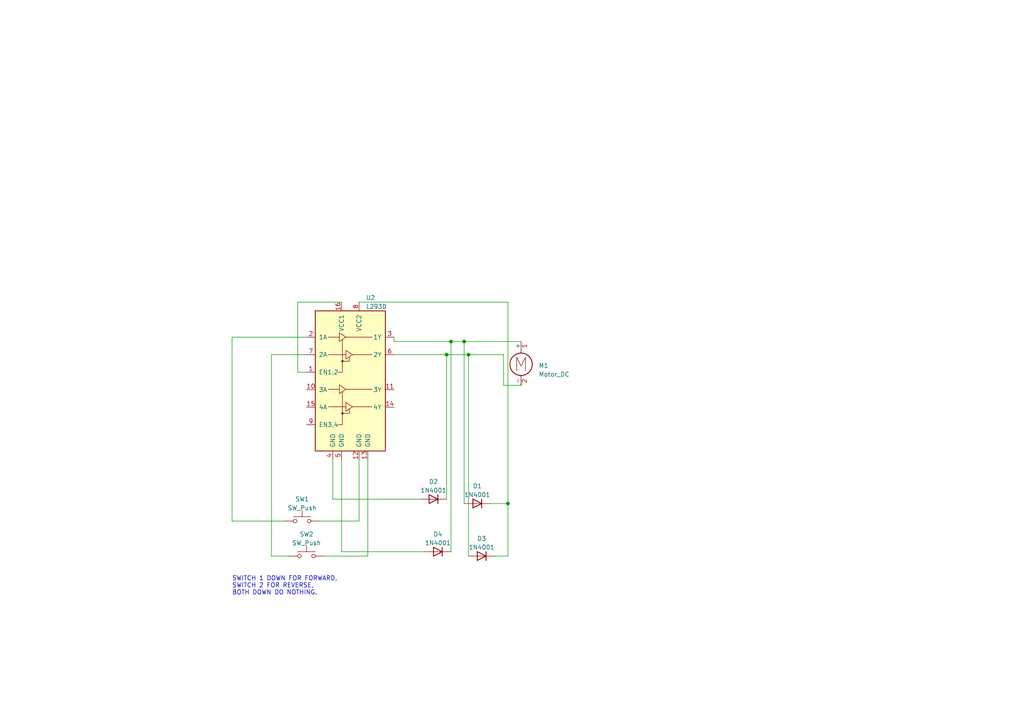
<source format=kicad_sch>
(kicad_sch (version 20230121) (generator eeschema)
  (paper "A4")
  (lib_symbols
    (symbol "Diode:1N4001" (pin_numbers hide) (pin_names hide)
      (property "Reference" "D" (at 0 2.54 0))
      (property "Value" "1N4001" (at 0 -2.54 0))
      (symbol "1N4001_0_1"
        (polyline (pts (xy -1.27 1.27) (xy -1.27 -1.27)) (stroke (width 0.254)))
        (polyline (pts (xy 1.27 0) (xy -1.27 0)))
        (polyline (pts (xy 1.27 1.27) (xy 1.27 -1.27) (xy -1.27 0) (xy 1.27 1.27)) (stroke (width 0.254)))
      )
      (symbol "1N4001_1_1"
        (pin passive line (at -3.81 0 0) (length 2.54) (name "K") (number "1"))
        (pin passive line (at 3.81 0 180) (length 2.54) (name "A") (number "2"))
      )
    )
    (symbol "Driver_Motor:L293D" (pin_names (offset 1.016))
      (property "Reference" "U" (at -5.08 26.035 0))
      (property "Value" "L293D" (at -5.08 24.13 0))
      (symbol "L293D_0_1"
        (rectangle (start -10.16 22.86) (end 10.16 -17.78) (stroke (width 0.254)) (fill (type background)))
        (circle (center -2.286 -6.858) (radius 0.254) (fill (type outline)))
        (circle (center -2.286 8.255) (radius 0.254) (fill (type outline)))
        (polyline (pts (xy -6.35 -4.953) (xy -1.27 -4.953)))
        (polyline (pts (xy -6.35 0.127) (xy -3.175 0.127)))
        (polyline (pts (xy -6.35 10.16) (xy -1.27 10.16)))
        (polyline (pts (xy -6.35 15.24) (xy -3.175 15.24)))
        (polyline (pts (xy -1.27 0.127) (xy 6.35 0.127)))
        (polyline (pts (xy -1.27 15.24) (xy 6.35 15.24)))
        (polyline (pts (xy 0.635 -4.953) (xy 6.35 -4.953)))
        (polyline (pts (xy 0.635 10.16) (xy 6.35 10.16)))
        (polyline (pts (xy -2.286 -6.858) (xy -0.254 -6.858) (xy -0.254 -5.588)))
        (polyline (pts (xy -2.286 -0.635) (xy -2.286 -10.16) (xy -3.556 -10.16)))
        (polyline (pts (xy -2.286 8.255) (xy -0.254 8.255) (xy -0.254 9.525)))
        (polyline (pts (xy -2.286 14.478) (xy -2.286 5.08) (xy -3.556 5.08)))
        (polyline (pts (xy -3.175 1.397) (xy -3.175 -1.143) (xy -1.27 0.127) (xy -3.175 1.397)))
        (polyline (pts (xy -3.175 16.51) (xy -3.175 13.97) (xy -1.27 15.24) (xy -3.175 16.51)))
        (polyline (pts (xy -1.27 -3.683) (xy -1.27 -6.223) (xy 0.635 -4.953) (xy -1.27 -3.683)))
        (polyline (pts (xy -1.27 11.43) (xy -1.27 8.89) (xy 0.635 10.16) (xy -1.27 11.43)))
      )
      (symbol "L293D_1_1"
        (pin input line (at -12.7 5.08 0) (length 2.54) (name "EN1,2") (number "1"))
        (pin input line (at -12.7 0 0) (length 2.54) (name "3A") (number "10"))
        (pin output line (at 12.7 0 180) (length 2.54) (name "3Y") (number "11"))
        (pin power_in line (at 2.54 -20.32 90) (length 2.54) (name "GND") (number "12"))
        (pin power_in line (at 5.08 -20.32 90) (length 2.54) (name "GND") (number "13"))
        (pin output line (at 12.7 -5.08 180) (length 2.54) (name "4Y") (number "14"))
        (pin input line (at -12.7 -5.08 0) (length 2.54) (name "4A") (number "15"))
        (pin power_in line (at -2.54 25.4 270) (length 2.54) (name "VCC1") (number "16"))
        (pin input line (at -12.7 15.24 0) (length 2.54) (name "1A") (number "2"))
        (pin output line (at 12.7 15.24 180) (length 2.54) (name "1Y") (number "3"))
        (pin power_in line (at -5.08 -20.32 90) (length 2.54) (name "GND") (number "4"))
        (pin power_in line (at -2.54 -20.32 90) (length 2.54) (name "GND") (number "5"))
        (pin output line (at 12.7 10.16 180) (length 2.54) (name "2Y") (number "6"))
        (pin input line (at -12.7 10.16 0) (length 2.54) (name "2A") (number "7"))
        (pin power_in line (at 2.54 25.4 270) (length 2.54) (name "VCC2") (number "8"))
        (pin input line (at -12.7 -10.16 0) (length 2.54) (name "EN3,4") (number "9"))
      )
    )
    (symbol "Motor:Motor_DC" (pin_names (offset 0))
      (property "Reference" "M" (at 2.54 2.54 0))
      (property "Value" "Motor_DC" (at 2.54 -5.08 0))
      (symbol "Motor_DC_0_0"
        (polyline (pts (xy -1.27 -3.302) (xy -1.27 0.508) (xy 0 -2.032) (xy 1.27 0.508) (xy 1.27 -3.302)))
      )
      (symbol "Motor_DC_0_1"
        (circle (center 0 -1.524) (radius 3.2512) (stroke (width 0.254)))
        (polyline (pts (xy 0 -7.62) (xy 0 -7.112)))
        (polyline (pts (xy 0 -4.7752) (xy 0 -5.1816)))
        (polyline (pts (xy 0 1.7272) (xy 0 2.0828)))
        (polyline (pts (xy 0 2.032) (xy 0 2.54)))
      )
      (symbol "Motor_DC_1_1"
        (pin passive line (at 0 5.08 270) (length 2.54) (name "+") (number "1"))
        (pin passive line (at 0 -7.62 90) (length 2.54) (name "-") (number "2"))
      )
    )
    (symbol "Switch:SW_Push" (pin_numbers hide) (pin_names (offset 1.016) hide)
      (property "Reference" "SW" (at 1.27 2.54 0))
      (property "Value" "SW_Push" (at 0 -1.524 0))
      (symbol "SW_Push_0_1"
        (circle (center -2.032 0) (radius 0.508))
        (polyline (pts (xy 0 1.27) (xy 0 3.048)))
        (polyline (pts (xy 2.54 1.27) (xy -2.54 1.27)))
        (circle (center 2.032 0) (radius 0.508))
        (pin passive line (at -5.08 0 0) (length 2.54) (name "1") (number "1"))
        (pin passive line (at 5.08 0 180) (length 2.54) (name "2") (number "2"))
      )
    )
  )
  (junction (at 135.89 102.87))
  (junction (at 134.62 99.06))
  (junction (at 147.32 146.05))
  (junction (at 130.81 99.06))
  (junction (at 129.54 102.87))
  (wire (pts (xy 130.81 99.06) (xy 130.81 160.02)))
  (wire (pts (xy 151.13 99.06) (xy 134.62 99.06)))
  (wire (pts (xy 135.89 102.87) (xy 146.05 102.87)))
  (wire (pts (xy 129.54 102.87) (xy 135.89 102.87)))
  (wire (pts (xy 130.81 99.06) (xy 114.3 99.06)))
  (wire (pts (xy 88.9 97.79) (xy 67.31 97.79)))
  (wire (pts (xy 121.92 144.78) (xy 96.52 144.78)))
  (wire (pts (xy 92.71 151.13) (xy 104.14 151.13)))
  (wire (pts (xy 96.52 133.35) (xy 96.52 144.78)))
  (wire (pts (xy 86.36 87.63) (xy 99.06 87.63)))
  (wire (pts (xy 88.9 107.95) (xy 86.36 107.95)))
  (wire (pts (xy 67.31 151.13) (xy 82.55 151.13)))
  (wire (pts (xy 104.14 87.63) (xy 147.32 87.63)))
  (wire (pts (xy 99.06 133.35) (xy 99.06 160.02)))
  (wire (pts (xy 146.05 102.87) (xy 146.05 111.76)))
  (wire (pts (xy 134.62 99.06) (xy 130.81 99.06)))
  (wire (pts (xy 129.54 102.87) (xy 129.54 144.78)))
  (wire (pts (xy 114.3 99.06) (xy 114.3 97.79)))
  (wire (pts (xy 78.74 161.29) (xy 83.82 161.29)))
  (wire (pts (xy 78.74 102.87) (xy 78.74 161.29)))
  (wire (pts (xy 147.32 161.29) (xy 143.51 161.29)))
  (wire (pts (xy 147.32 146.05) (xy 147.32 161.29)))
  (wire (pts (xy 93.98 161.29) (xy 106.68 161.29)))
  (wire (pts (xy 104.14 151.13) (xy 104.14 133.35)))
  (wire (pts (xy 135.89 102.87) (xy 135.89 161.29)))
  (wire (pts (xy 106.68 161.29) (xy 106.68 133.35)))
  (wire (pts (xy 88.9 102.87) (xy 78.74 102.87)))
  (wire (pts (xy 147.32 87.63) (xy 147.32 146.05)))
  (wire (pts (xy 134.62 99.06) (xy 134.62 146.05)))
  (wire (pts (xy 99.06 160.02) (xy 123.19 160.02)))
  (wire (pts (xy 114.3 102.87) (xy 129.54 102.87)))
  (wire (pts (xy 86.36 107.95) (xy 86.36 87.63)))
  (wire (pts (xy 146.05 111.76) (xy 151.13 111.76)))
  (wire (pts (xy 142.24 146.05) (xy 147.32 146.05)))
  (wire (pts (xy 67.31 97.79) (xy 67.31 151.13)))
  (text "SWITCH 1 DOWN FOR FORWARD, \nSWITCH 2 FOR REVERSE,\nBOTH DOWN DO NOTHING." (at 67.31 172.72 0) (effects (font (size 1.27 1.27)) (justify left bottom)))
  (symbol (lib_id "Diode:1N4001") (at 125.73 144.78 0) (mirror y) (unit 1)
    (property "Reference" "D2" (at 125.73 139.7 0))
    (property "Value" "1N4001" (at 125.73 142.24 0))
    (property "Footprint" "Diode_THT:D_DO-41_SOD81_P10.16mm_Horizontal" (effects hide))
    (property "Datasheet" "http://www.vishay.com/docs/88503/1n4001.pdf" (effects hide))
    (property "Sim.Device" "D" (effects hide))
    (property "Sim.Pins" "1=K 2=A" (effects hide))
  )
  (symbol (lib_id "Diode:1N4001") (at 127 160.02 0) (mirror y) (unit 1)
    (property "Reference" "D4" (at 127 154.94 0))
    (property "Value" "1N4001" (at 127 157.48 0))
    (property "Footprint" "Diode_THT:D_DO-41_SOD81_P10.16mm_Horizontal" (effects hide))
    (property "Datasheet" "http://www.vishay.com/docs/88503/1n4001.pdf" (effects hide))
    (property "Sim.Device" "D" (effects hide))
    (property "Sim.Pins" "1=K 2=A" (effects hide))
  )
  (symbol (lib_id "Diode:1N4001") (at 138.43 146.05 0) (mirror y) (unit 1)
    (property "Reference" "D1" (at 138.43 140.97 0))
    (property "Value" "1N4001" (at 138.43 143.51 0))
    (property "Footprint" "Diode_THT:D_DO-41_SOD81_P10.16mm_Horizontal" (effects hide))
    (property "Datasheet" "http://www.vishay.com/docs/88503/1n4001.pdf" (effects hide))
    (property "Sim.Device" "D" (effects hide))
    (property "Sim.Pins" "1=K 2=A" (effects hide))
  )
  (symbol (lib_id "Motor:Motor_DC") (at 151.13 104.14 0) (unit 1)
    (property "Reference" "M1" (at 156.21 106.045 0) (effects (justify left)))
    (property "Value" "Motor_DC" (at 156.21 108.585 0) (effects (justify left)))
  )
  (symbol (lib_id "Driver_Motor:L293D") (at 101.6 113.03 0) (unit 1)
    (property "Reference" "U2" (at 106.0959 86.36 0) (effects (justify left)))
    (property "Value" "L293D" (at 106.0959 88.9 0) (effects (justify left)))
    (property "Footprint" "Package_DIP:DIP-16_W7.62mm" (effects hide))
    (property "Datasheet" "http://www.ti.com/lit/ds/symlink/l293.pdf" (effects hide))
  )
  (symbol (lib_id "Diode:1N4001") (at 139.7 161.29 0) (mirror y) (unit 1)
    (property "Reference" "D3" (at 139.7 156.21 0))
    (property "Value" "1N4001" (at 139.7 158.75 0))
    (property "Footprint" "Diode_THT:D_DO-41_SOD81_P10.16mm_Horizontal" (effects hide))
    (property "Datasheet" "http://www.vishay.com/docs/88503/1n4001.pdf" (effects hide))
    (property "Sim.Device" "D" (effects hide))
    (property "Sim.Pins" "1=K 2=A" (effects hide))
  )
  (symbol (lib_id "Switch:SW_Push") (at 87.63 151.13 0) (unit 1)
    (property "Reference" "SW1" (at 87.63 144.78 0))
    (property "Value" "SW_Push" (at 87.63 147.32 0))
  )
  (symbol (lib_id "Switch:SW_Push") (at 88.9 161.29 0) (unit 1)
    (property "Reference" "SW2" (at 88.9 154.94 0))
    (property "Value" "SW_Push" (at 88.9 157.48 0))
  )
)
</source>
